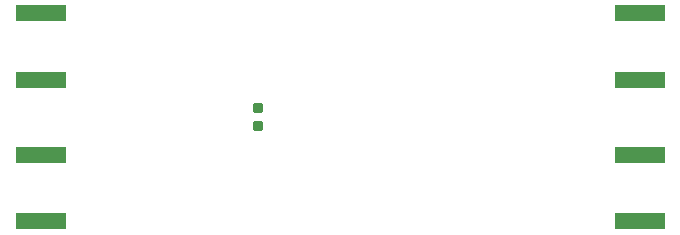
<source format=gbr>
%TF.GenerationSoftware,Altium Limited,Altium Designer,24.2.2 (26)*%
G04 Layer_Color=128*
%FSLAX45Y45*%
%MOMM*%
%TF.SameCoordinates,D2FE35CC-22CD-4169-9643-A2803306E4A1*%
%TF.FilePolarity,Positive*%
%TF.FileFunction,Paste,Bot*%
%TF.Part,Single*%
G01*
G75*
%TA.AperFunction,ConnectorPad*%
%ADD10R,4.20000X1.35000*%
%TA.AperFunction,SMDPad,CuDef*%
G04:AMPARAMS|DCode=14|XSize=0.9mm|YSize=0.85mm|CornerRadius=0.2125mm|HoleSize=0mm|Usage=FLASHONLY|Rotation=0.000|XOffset=0mm|YOffset=0mm|HoleType=Round|Shape=RoundedRectangle|*
%AMROUNDEDRECTD14*
21,1,0.90000,0.42500,0,0,0.0*
21,1,0.47500,0.85000,0,0,0.0*
1,1,0.42500,0.23750,-0.21250*
1,1,0.42500,-0.23750,-0.21250*
1,1,0.42500,-0.23750,0.21250*
1,1,0.42500,0.23750,0.21250*
%
%ADD14ROUNDEDRECTD14*%
D10*
X216000Y1367500D02*
D03*
Y1932500D02*
D03*
X5284000D02*
D03*
Y1367500D02*
D03*
Y3132500D02*
D03*
Y2567500D02*
D03*
X216000D02*
D03*
Y3132500D02*
D03*
D14*
X2050000Y2172500D02*
D03*
Y2327500D02*
D03*
%TF.MD5,370145e15fcb96125089469e84b1429d*%
M02*

</source>
